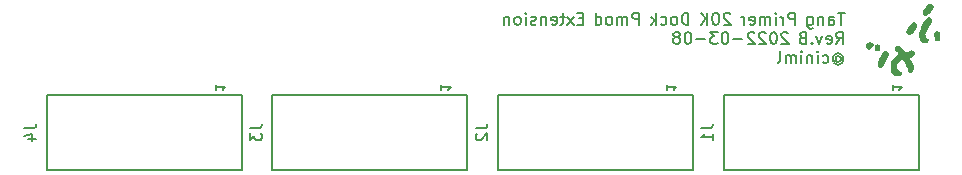
<source format=gbo>
%TF.GenerationSoftware,KiCad,Pcbnew,(7.0.0)*%
%TF.CreationDate,2023-03-12T18:56:36+09:00*%
%TF.ProjectId,TangPrimer_PmodExtender,54616e67-5072-4696-9d65-725f506d6f64,rev?*%
%TF.SameCoordinates,Original*%
%TF.FileFunction,Legend,Bot*%
%TF.FilePolarity,Positive*%
%FSLAX46Y46*%
G04 Gerber Fmt 4.6, Leading zero omitted, Abs format (unit mm)*
G04 Created by KiCad (PCBNEW (7.0.0)) date 2023-03-12 18:56:36*
%MOMM*%
%LPD*%
G01*
G04 APERTURE LIST*
%ADD10C,0.150000*%
%ADD11C,0.010000*%
G04 APERTURE END LIST*
D10*
X140638761Y-44873380D02*
X140067333Y-44873380D01*
X140353047Y-45873380D02*
X140353047Y-44873380D01*
X139305428Y-45873380D02*
X139305428Y-45349571D01*
X139305428Y-45349571D02*
X139353047Y-45254333D01*
X139353047Y-45254333D02*
X139448285Y-45206714D01*
X139448285Y-45206714D02*
X139638761Y-45206714D01*
X139638761Y-45206714D02*
X139733999Y-45254333D01*
X139305428Y-45825761D02*
X139400666Y-45873380D01*
X139400666Y-45873380D02*
X139638761Y-45873380D01*
X139638761Y-45873380D02*
X139733999Y-45825761D01*
X139733999Y-45825761D02*
X139781618Y-45730523D01*
X139781618Y-45730523D02*
X139781618Y-45635285D01*
X139781618Y-45635285D02*
X139733999Y-45540047D01*
X139733999Y-45540047D02*
X139638761Y-45492428D01*
X139638761Y-45492428D02*
X139400666Y-45492428D01*
X139400666Y-45492428D02*
X139305428Y-45444809D01*
X138829237Y-45206714D02*
X138829237Y-45873380D01*
X138829237Y-45301952D02*
X138781618Y-45254333D01*
X138781618Y-45254333D02*
X138686380Y-45206714D01*
X138686380Y-45206714D02*
X138543523Y-45206714D01*
X138543523Y-45206714D02*
X138448285Y-45254333D01*
X138448285Y-45254333D02*
X138400666Y-45349571D01*
X138400666Y-45349571D02*
X138400666Y-45873380D01*
X137495904Y-45206714D02*
X137495904Y-46016238D01*
X137495904Y-46016238D02*
X137543523Y-46111476D01*
X137543523Y-46111476D02*
X137591142Y-46159095D01*
X137591142Y-46159095D02*
X137686380Y-46206714D01*
X137686380Y-46206714D02*
X137829237Y-46206714D01*
X137829237Y-46206714D02*
X137924475Y-46159095D01*
X137495904Y-45825761D02*
X137591142Y-45873380D01*
X137591142Y-45873380D02*
X137781618Y-45873380D01*
X137781618Y-45873380D02*
X137876856Y-45825761D01*
X137876856Y-45825761D02*
X137924475Y-45778142D01*
X137924475Y-45778142D02*
X137972094Y-45682904D01*
X137972094Y-45682904D02*
X137972094Y-45397190D01*
X137972094Y-45397190D02*
X137924475Y-45301952D01*
X137924475Y-45301952D02*
X137876856Y-45254333D01*
X137876856Y-45254333D02*
X137781618Y-45206714D01*
X137781618Y-45206714D02*
X137591142Y-45206714D01*
X137591142Y-45206714D02*
X137495904Y-45254333D01*
X136419713Y-45873380D02*
X136419713Y-44873380D01*
X136419713Y-44873380D02*
X136038761Y-44873380D01*
X136038761Y-44873380D02*
X135943523Y-44921000D01*
X135943523Y-44921000D02*
X135895904Y-44968619D01*
X135895904Y-44968619D02*
X135848285Y-45063857D01*
X135848285Y-45063857D02*
X135848285Y-45206714D01*
X135848285Y-45206714D02*
X135895904Y-45301952D01*
X135895904Y-45301952D02*
X135943523Y-45349571D01*
X135943523Y-45349571D02*
X136038761Y-45397190D01*
X136038761Y-45397190D02*
X136419713Y-45397190D01*
X135419713Y-45873380D02*
X135419713Y-45206714D01*
X135419713Y-45397190D02*
X135372094Y-45301952D01*
X135372094Y-45301952D02*
X135324475Y-45254333D01*
X135324475Y-45254333D02*
X135229237Y-45206714D01*
X135229237Y-45206714D02*
X135133999Y-45206714D01*
X134800665Y-45873380D02*
X134800665Y-45206714D01*
X134800665Y-44873380D02*
X134848284Y-44921000D01*
X134848284Y-44921000D02*
X134800665Y-44968619D01*
X134800665Y-44968619D02*
X134753046Y-44921000D01*
X134753046Y-44921000D02*
X134800665Y-44873380D01*
X134800665Y-44873380D02*
X134800665Y-44968619D01*
X134324475Y-45873380D02*
X134324475Y-45206714D01*
X134324475Y-45301952D02*
X134276856Y-45254333D01*
X134276856Y-45254333D02*
X134181618Y-45206714D01*
X134181618Y-45206714D02*
X134038761Y-45206714D01*
X134038761Y-45206714D02*
X133943523Y-45254333D01*
X133943523Y-45254333D02*
X133895904Y-45349571D01*
X133895904Y-45349571D02*
X133895904Y-45873380D01*
X133895904Y-45349571D02*
X133848285Y-45254333D01*
X133848285Y-45254333D02*
X133753047Y-45206714D01*
X133753047Y-45206714D02*
X133610190Y-45206714D01*
X133610190Y-45206714D02*
X133514951Y-45254333D01*
X133514951Y-45254333D02*
X133467332Y-45349571D01*
X133467332Y-45349571D02*
X133467332Y-45873380D01*
X132610190Y-45825761D02*
X132705428Y-45873380D01*
X132705428Y-45873380D02*
X132895904Y-45873380D01*
X132895904Y-45873380D02*
X132991142Y-45825761D01*
X132991142Y-45825761D02*
X133038761Y-45730523D01*
X133038761Y-45730523D02*
X133038761Y-45349571D01*
X133038761Y-45349571D02*
X132991142Y-45254333D01*
X132991142Y-45254333D02*
X132895904Y-45206714D01*
X132895904Y-45206714D02*
X132705428Y-45206714D01*
X132705428Y-45206714D02*
X132610190Y-45254333D01*
X132610190Y-45254333D02*
X132562571Y-45349571D01*
X132562571Y-45349571D02*
X132562571Y-45444809D01*
X132562571Y-45444809D02*
X133038761Y-45540047D01*
X132133999Y-45873380D02*
X132133999Y-45206714D01*
X132133999Y-45397190D02*
X132086380Y-45301952D01*
X132086380Y-45301952D02*
X132038761Y-45254333D01*
X132038761Y-45254333D02*
X131943523Y-45206714D01*
X131943523Y-45206714D02*
X131848285Y-45206714D01*
X130962570Y-44968619D02*
X130914951Y-44921000D01*
X130914951Y-44921000D02*
X130819713Y-44873380D01*
X130819713Y-44873380D02*
X130581618Y-44873380D01*
X130581618Y-44873380D02*
X130486380Y-44921000D01*
X130486380Y-44921000D02*
X130438761Y-44968619D01*
X130438761Y-44968619D02*
X130391142Y-45063857D01*
X130391142Y-45063857D02*
X130391142Y-45159095D01*
X130391142Y-45159095D02*
X130438761Y-45301952D01*
X130438761Y-45301952D02*
X131010189Y-45873380D01*
X131010189Y-45873380D02*
X130391142Y-45873380D01*
X129772094Y-44873380D02*
X129676856Y-44873380D01*
X129676856Y-44873380D02*
X129581618Y-44921000D01*
X129581618Y-44921000D02*
X129533999Y-44968619D01*
X129533999Y-44968619D02*
X129486380Y-45063857D01*
X129486380Y-45063857D02*
X129438761Y-45254333D01*
X129438761Y-45254333D02*
X129438761Y-45492428D01*
X129438761Y-45492428D02*
X129486380Y-45682904D01*
X129486380Y-45682904D02*
X129533999Y-45778142D01*
X129533999Y-45778142D02*
X129581618Y-45825761D01*
X129581618Y-45825761D02*
X129676856Y-45873380D01*
X129676856Y-45873380D02*
X129772094Y-45873380D01*
X129772094Y-45873380D02*
X129867332Y-45825761D01*
X129867332Y-45825761D02*
X129914951Y-45778142D01*
X129914951Y-45778142D02*
X129962570Y-45682904D01*
X129962570Y-45682904D02*
X130010189Y-45492428D01*
X130010189Y-45492428D02*
X130010189Y-45254333D01*
X130010189Y-45254333D02*
X129962570Y-45063857D01*
X129962570Y-45063857D02*
X129914951Y-44968619D01*
X129914951Y-44968619D02*
X129867332Y-44921000D01*
X129867332Y-44921000D02*
X129772094Y-44873380D01*
X129010189Y-45873380D02*
X129010189Y-44873380D01*
X128438761Y-45873380D02*
X128867332Y-45301952D01*
X128438761Y-44873380D02*
X129010189Y-45444809D01*
X127410189Y-45873380D02*
X127410189Y-44873380D01*
X127410189Y-44873380D02*
X127172094Y-44873380D01*
X127172094Y-44873380D02*
X127029237Y-44921000D01*
X127029237Y-44921000D02*
X126933999Y-45016238D01*
X126933999Y-45016238D02*
X126886380Y-45111476D01*
X126886380Y-45111476D02*
X126838761Y-45301952D01*
X126838761Y-45301952D02*
X126838761Y-45444809D01*
X126838761Y-45444809D02*
X126886380Y-45635285D01*
X126886380Y-45635285D02*
X126933999Y-45730523D01*
X126933999Y-45730523D02*
X127029237Y-45825761D01*
X127029237Y-45825761D02*
X127172094Y-45873380D01*
X127172094Y-45873380D02*
X127410189Y-45873380D01*
X126267332Y-45873380D02*
X126362570Y-45825761D01*
X126362570Y-45825761D02*
X126410189Y-45778142D01*
X126410189Y-45778142D02*
X126457808Y-45682904D01*
X126457808Y-45682904D02*
X126457808Y-45397190D01*
X126457808Y-45397190D02*
X126410189Y-45301952D01*
X126410189Y-45301952D02*
X126362570Y-45254333D01*
X126362570Y-45254333D02*
X126267332Y-45206714D01*
X126267332Y-45206714D02*
X126124475Y-45206714D01*
X126124475Y-45206714D02*
X126029237Y-45254333D01*
X126029237Y-45254333D02*
X125981618Y-45301952D01*
X125981618Y-45301952D02*
X125933999Y-45397190D01*
X125933999Y-45397190D02*
X125933999Y-45682904D01*
X125933999Y-45682904D02*
X125981618Y-45778142D01*
X125981618Y-45778142D02*
X126029237Y-45825761D01*
X126029237Y-45825761D02*
X126124475Y-45873380D01*
X126124475Y-45873380D02*
X126267332Y-45873380D01*
X125076856Y-45825761D02*
X125172094Y-45873380D01*
X125172094Y-45873380D02*
X125362570Y-45873380D01*
X125362570Y-45873380D02*
X125457808Y-45825761D01*
X125457808Y-45825761D02*
X125505427Y-45778142D01*
X125505427Y-45778142D02*
X125553046Y-45682904D01*
X125553046Y-45682904D02*
X125553046Y-45397190D01*
X125553046Y-45397190D02*
X125505427Y-45301952D01*
X125505427Y-45301952D02*
X125457808Y-45254333D01*
X125457808Y-45254333D02*
X125362570Y-45206714D01*
X125362570Y-45206714D02*
X125172094Y-45206714D01*
X125172094Y-45206714D02*
X125076856Y-45254333D01*
X124648284Y-45873380D02*
X124648284Y-44873380D01*
X124553046Y-45492428D02*
X124267332Y-45873380D01*
X124267332Y-45206714D02*
X124648284Y-45587666D01*
X123238760Y-45873380D02*
X123238760Y-44873380D01*
X123238760Y-44873380D02*
X122857808Y-44873380D01*
X122857808Y-44873380D02*
X122762570Y-44921000D01*
X122762570Y-44921000D02*
X122714951Y-44968619D01*
X122714951Y-44968619D02*
X122667332Y-45063857D01*
X122667332Y-45063857D02*
X122667332Y-45206714D01*
X122667332Y-45206714D02*
X122714951Y-45301952D01*
X122714951Y-45301952D02*
X122762570Y-45349571D01*
X122762570Y-45349571D02*
X122857808Y-45397190D01*
X122857808Y-45397190D02*
X123238760Y-45397190D01*
X122238760Y-45873380D02*
X122238760Y-45206714D01*
X122238760Y-45301952D02*
X122191141Y-45254333D01*
X122191141Y-45254333D02*
X122095903Y-45206714D01*
X122095903Y-45206714D02*
X121953046Y-45206714D01*
X121953046Y-45206714D02*
X121857808Y-45254333D01*
X121857808Y-45254333D02*
X121810189Y-45349571D01*
X121810189Y-45349571D02*
X121810189Y-45873380D01*
X121810189Y-45349571D02*
X121762570Y-45254333D01*
X121762570Y-45254333D02*
X121667332Y-45206714D01*
X121667332Y-45206714D02*
X121524475Y-45206714D01*
X121524475Y-45206714D02*
X121429236Y-45254333D01*
X121429236Y-45254333D02*
X121381617Y-45349571D01*
X121381617Y-45349571D02*
X121381617Y-45873380D01*
X120762570Y-45873380D02*
X120857808Y-45825761D01*
X120857808Y-45825761D02*
X120905427Y-45778142D01*
X120905427Y-45778142D02*
X120953046Y-45682904D01*
X120953046Y-45682904D02*
X120953046Y-45397190D01*
X120953046Y-45397190D02*
X120905427Y-45301952D01*
X120905427Y-45301952D02*
X120857808Y-45254333D01*
X120857808Y-45254333D02*
X120762570Y-45206714D01*
X120762570Y-45206714D02*
X120619713Y-45206714D01*
X120619713Y-45206714D02*
X120524475Y-45254333D01*
X120524475Y-45254333D02*
X120476856Y-45301952D01*
X120476856Y-45301952D02*
X120429237Y-45397190D01*
X120429237Y-45397190D02*
X120429237Y-45682904D01*
X120429237Y-45682904D02*
X120476856Y-45778142D01*
X120476856Y-45778142D02*
X120524475Y-45825761D01*
X120524475Y-45825761D02*
X120619713Y-45873380D01*
X120619713Y-45873380D02*
X120762570Y-45873380D01*
X119572094Y-45873380D02*
X119572094Y-44873380D01*
X119572094Y-45825761D02*
X119667332Y-45873380D01*
X119667332Y-45873380D02*
X119857808Y-45873380D01*
X119857808Y-45873380D02*
X119953046Y-45825761D01*
X119953046Y-45825761D02*
X120000665Y-45778142D01*
X120000665Y-45778142D02*
X120048284Y-45682904D01*
X120048284Y-45682904D02*
X120048284Y-45397190D01*
X120048284Y-45397190D02*
X120000665Y-45301952D01*
X120000665Y-45301952D02*
X119953046Y-45254333D01*
X119953046Y-45254333D02*
X119857808Y-45206714D01*
X119857808Y-45206714D02*
X119667332Y-45206714D01*
X119667332Y-45206714D02*
X119572094Y-45254333D01*
X118495903Y-45349571D02*
X118162570Y-45349571D01*
X118019713Y-45873380D02*
X118495903Y-45873380D01*
X118495903Y-45873380D02*
X118495903Y-44873380D01*
X118495903Y-44873380D02*
X118019713Y-44873380D01*
X117686379Y-45873380D02*
X117162570Y-45206714D01*
X117686379Y-45206714D02*
X117162570Y-45873380D01*
X116924474Y-45206714D02*
X116543522Y-45206714D01*
X116781617Y-44873380D02*
X116781617Y-45730523D01*
X116781617Y-45730523D02*
X116733998Y-45825761D01*
X116733998Y-45825761D02*
X116638760Y-45873380D01*
X116638760Y-45873380D02*
X116543522Y-45873380D01*
X115829236Y-45825761D02*
X115924474Y-45873380D01*
X115924474Y-45873380D02*
X116114950Y-45873380D01*
X116114950Y-45873380D02*
X116210188Y-45825761D01*
X116210188Y-45825761D02*
X116257807Y-45730523D01*
X116257807Y-45730523D02*
X116257807Y-45349571D01*
X116257807Y-45349571D02*
X116210188Y-45254333D01*
X116210188Y-45254333D02*
X116114950Y-45206714D01*
X116114950Y-45206714D02*
X115924474Y-45206714D01*
X115924474Y-45206714D02*
X115829236Y-45254333D01*
X115829236Y-45254333D02*
X115781617Y-45349571D01*
X115781617Y-45349571D02*
X115781617Y-45444809D01*
X115781617Y-45444809D02*
X116257807Y-45540047D01*
X115353045Y-45206714D02*
X115353045Y-45873380D01*
X115353045Y-45301952D02*
X115305426Y-45254333D01*
X115305426Y-45254333D02*
X115210188Y-45206714D01*
X115210188Y-45206714D02*
X115067331Y-45206714D01*
X115067331Y-45206714D02*
X114972093Y-45254333D01*
X114972093Y-45254333D02*
X114924474Y-45349571D01*
X114924474Y-45349571D02*
X114924474Y-45873380D01*
X114495902Y-45825761D02*
X114400664Y-45873380D01*
X114400664Y-45873380D02*
X114210188Y-45873380D01*
X114210188Y-45873380D02*
X114114950Y-45825761D01*
X114114950Y-45825761D02*
X114067331Y-45730523D01*
X114067331Y-45730523D02*
X114067331Y-45682904D01*
X114067331Y-45682904D02*
X114114950Y-45587666D01*
X114114950Y-45587666D02*
X114210188Y-45540047D01*
X114210188Y-45540047D02*
X114353045Y-45540047D01*
X114353045Y-45540047D02*
X114448283Y-45492428D01*
X114448283Y-45492428D02*
X114495902Y-45397190D01*
X114495902Y-45397190D02*
X114495902Y-45349571D01*
X114495902Y-45349571D02*
X114448283Y-45254333D01*
X114448283Y-45254333D02*
X114353045Y-45206714D01*
X114353045Y-45206714D02*
X114210188Y-45206714D01*
X114210188Y-45206714D02*
X114114950Y-45254333D01*
X113638759Y-45873380D02*
X113638759Y-45206714D01*
X113638759Y-44873380D02*
X113686378Y-44921000D01*
X113686378Y-44921000D02*
X113638759Y-44968619D01*
X113638759Y-44968619D02*
X113591140Y-44921000D01*
X113591140Y-44921000D02*
X113638759Y-44873380D01*
X113638759Y-44873380D02*
X113638759Y-44968619D01*
X113019712Y-45873380D02*
X113114950Y-45825761D01*
X113114950Y-45825761D02*
X113162569Y-45778142D01*
X113162569Y-45778142D02*
X113210188Y-45682904D01*
X113210188Y-45682904D02*
X113210188Y-45397190D01*
X113210188Y-45397190D02*
X113162569Y-45301952D01*
X113162569Y-45301952D02*
X113114950Y-45254333D01*
X113114950Y-45254333D02*
X113019712Y-45206714D01*
X113019712Y-45206714D02*
X112876855Y-45206714D01*
X112876855Y-45206714D02*
X112781617Y-45254333D01*
X112781617Y-45254333D02*
X112733998Y-45301952D01*
X112733998Y-45301952D02*
X112686379Y-45397190D01*
X112686379Y-45397190D02*
X112686379Y-45682904D01*
X112686379Y-45682904D02*
X112733998Y-45778142D01*
X112733998Y-45778142D02*
X112781617Y-45825761D01*
X112781617Y-45825761D02*
X112876855Y-45873380D01*
X112876855Y-45873380D02*
X113019712Y-45873380D01*
X112257807Y-45206714D02*
X112257807Y-45873380D01*
X112257807Y-45301952D02*
X112210188Y-45254333D01*
X112210188Y-45254333D02*
X112114950Y-45206714D01*
X112114950Y-45206714D02*
X111972093Y-45206714D01*
X111972093Y-45206714D02*
X111876855Y-45254333D01*
X111876855Y-45254333D02*
X111829236Y-45349571D01*
X111829236Y-45349571D02*
X111829236Y-45873380D01*
X139924476Y-47493380D02*
X140257809Y-47017190D01*
X140495904Y-47493380D02*
X140495904Y-46493380D01*
X140495904Y-46493380D02*
X140114952Y-46493380D01*
X140114952Y-46493380D02*
X140019714Y-46541000D01*
X140019714Y-46541000D02*
X139972095Y-46588619D01*
X139972095Y-46588619D02*
X139924476Y-46683857D01*
X139924476Y-46683857D02*
X139924476Y-46826714D01*
X139924476Y-46826714D02*
X139972095Y-46921952D01*
X139972095Y-46921952D02*
X140019714Y-46969571D01*
X140019714Y-46969571D02*
X140114952Y-47017190D01*
X140114952Y-47017190D02*
X140495904Y-47017190D01*
X139114952Y-47445761D02*
X139210190Y-47493380D01*
X139210190Y-47493380D02*
X139400666Y-47493380D01*
X139400666Y-47493380D02*
X139495904Y-47445761D01*
X139495904Y-47445761D02*
X139543523Y-47350523D01*
X139543523Y-47350523D02*
X139543523Y-46969571D01*
X139543523Y-46969571D02*
X139495904Y-46874333D01*
X139495904Y-46874333D02*
X139400666Y-46826714D01*
X139400666Y-46826714D02*
X139210190Y-46826714D01*
X139210190Y-46826714D02*
X139114952Y-46874333D01*
X139114952Y-46874333D02*
X139067333Y-46969571D01*
X139067333Y-46969571D02*
X139067333Y-47064809D01*
X139067333Y-47064809D02*
X139543523Y-47160047D01*
X138733999Y-46826714D02*
X138495904Y-47493380D01*
X138495904Y-47493380D02*
X138257809Y-46826714D01*
X137876856Y-47398142D02*
X137829237Y-47445761D01*
X137829237Y-47445761D02*
X137876856Y-47493380D01*
X137876856Y-47493380D02*
X137924475Y-47445761D01*
X137924475Y-47445761D02*
X137876856Y-47398142D01*
X137876856Y-47398142D02*
X137876856Y-47493380D01*
X137067333Y-46969571D02*
X136924476Y-47017190D01*
X136924476Y-47017190D02*
X136876857Y-47064809D01*
X136876857Y-47064809D02*
X136829238Y-47160047D01*
X136829238Y-47160047D02*
X136829238Y-47302904D01*
X136829238Y-47302904D02*
X136876857Y-47398142D01*
X136876857Y-47398142D02*
X136924476Y-47445761D01*
X136924476Y-47445761D02*
X137019714Y-47493380D01*
X137019714Y-47493380D02*
X137400666Y-47493380D01*
X137400666Y-47493380D02*
X137400666Y-46493380D01*
X137400666Y-46493380D02*
X137067333Y-46493380D01*
X137067333Y-46493380D02*
X136972095Y-46541000D01*
X136972095Y-46541000D02*
X136924476Y-46588619D01*
X136924476Y-46588619D02*
X136876857Y-46683857D01*
X136876857Y-46683857D02*
X136876857Y-46779095D01*
X136876857Y-46779095D02*
X136924476Y-46874333D01*
X136924476Y-46874333D02*
X136972095Y-46921952D01*
X136972095Y-46921952D02*
X137067333Y-46969571D01*
X137067333Y-46969571D02*
X137400666Y-46969571D01*
X135848285Y-46588619D02*
X135800666Y-46541000D01*
X135800666Y-46541000D02*
X135705428Y-46493380D01*
X135705428Y-46493380D02*
X135467333Y-46493380D01*
X135467333Y-46493380D02*
X135372095Y-46541000D01*
X135372095Y-46541000D02*
X135324476Y-46588619D01*
X135324476Y-46588619D02*
X135276857Y-46683857D01*
X135276857Y-46683857D02*
X135276857Y-46779095D01*
X135276857Y-46779095D02*
X135324476Y-46921952D01*
X135324476Y-46921952D02*
X135895904Y-47493380D01*
X135895904Y-47493380D02*
X135276857Y-47493380D01*
X134657809Y-46493380D02*
X134562571Y-46493380D01*
X134562571Y-46493380D02*
X134467333Y-46541000D01*
X134467333Y-46541000D02*
X134419714Y-46588619D01*
X134419714Y-46588619D02*
X134372095Y-46683857D01*
X134372095Y-46683857D02*
X134324476Y-46874333D01*
X134324476Y-46874333D02*
X134324476Y-47112428D01*
X134324476Y-47112428D02*
X134372095Y-47302904D01*
X134372095Y-47302904D02*
X134419714Y-47398142D01*
X134419714Y-47398142D02*
X134467333Y-47445761D01*
X134467333Y-47445761D02*
X134562571Y-47493380D01*
X134562571Y-47493380D02*
X134657809Y-47493380D01*
X134657809Y-47493380D02*
X134753047Y-47445761D01*
X134753047Y-47445761D02*
X134800666Y-47398142D01*
X134800666Y-47398142D02*
X134848285Y-47302904D01*
X134848285Y-47302904D02*
X134895904Y-47112428D01*
X134895904Y-47112428D02*
X134895904Y-46874333D01*
X134895904Y-46874333D02*
X134848285Y-46683857D01*
X134848285Y-46683857D02*
X134800666Y-46588619D01*
X134800666Y-46588619D02*
X134753047Y-46541000D01*
X134753047Y-46541000D02*
X134657809Y-46493380D01*
X133943523Y-46588619D02*
X133895904Y-46541000D01*
X133895904Y-46541000D02*
X133800666Y-46493380D01*
X133800666Y-46493380D02*
X133562571Y-46493380D01*
X133562571Y-46493380D02*
X133467333Y-46541000D01*
X133467333Y-46541000D02*
X133419714Y-46588619D01*
X133419714Y-46588619D02*
X133372095Y-46683857D01*
X133372095Y-46683857D02*
X133372095Y-46779095D01*
X133372095Y-46779095D02*
X133419714Y-46921952D01*
X133419714Y-46921952D02*
X133991142Y-47493380D01*
X133991142Y-47493380D02*
X133372095Y-47493380D01*
X132991142Y-46588619D02*
X132943523Y-46541000D01*
X132943523Y-46541000D02*
X132848285Y-46493380D01*
X132848285Y-46493380D02*
X132610190Y-46493380D01*
X132610190Y-46493380D02*
X132514952Y-46541000D01*
X132514952Y-46541000D02*
X132467333Y-46588619D01*
X132467333Y-46588619D02*
X132419714Y-46683857D01*
X132419714Y-46683857D02*
X132419714Y-46779095D01*
X132419714Y-46779095D02*
X132467333Y-46921952D01*
X132467333Y-46921952D02*
X133038761Y-47493380D01*
X133038761Y-47493380D02*
X132419714Y-47493380D01*
X131991142Y-47112428D02*
X131229238Y-47112428D01*
X130562571Y-46493380D02*
X130467333Y-46493380D01*
X130467333Y-46493380D02*
X130372095Y-46541000D01*
X130372095Y-46541000D02*
X130324476Y-46588619D01*
X130324476Y-46588619D02*
X130276857Y-46683857D01*
X130276857Y-46683857D02*
X130229238Y-46874333D01*
X130229238Y-46874333D02*
X130229238Y-47112428D01*
X130229238Y-47112428D02*
X130276857Y-47302904D01*
X130276857Y-47302904D02*
X130324476Y-47398142D01*
X130324476Y-47398142D02*
X130372095Y-47445761D01*
X130372095Y-47445761D02*
X130467333Y-47493380D01*
X130467333Y-47493380D02*
X130562571Y-47493380D01*
X130562571Y-47493380D02*
X130657809Y-47445761D01*
X130657809Y-47445761D02*
X130705428Y-47398142D01*
X130705428Y-47398142D02*
X130753047Y-47302904D01*
X130753047Y-47302904D02*
X130800666Y-47112428D01*
X130800666Y-47112428D02*
X130800666Y-46874333D01*
X130800666Y-46874333D02*
X130753047Y-46683857D01*
X130753047Y-46683857D02*
X130705428Y-46588619D01*
X130705428Y-46588619D02*
X130657809Y-46541000D01*
X130657809Y-46541000D02*
X130562571Y-46493380D01*
X129895904Y-46493380D02*
X129276857Y-46493380D01*
X129276857Y-46493380D02*
X129610190Y-46874333D01*
X129610190Y-46874333D02*
X129467333Y-46874333D01*
X129467333Y-46874333D02*
X129372095Y-46921952D01*
X129372095Y-46921952D02*
X129324476Y-46969571D01*
X129324476Y-46969571D02*
X129276857Y-47064809D01*
X129276857Y-47064809D02*
X129276857Y-47302904D01*
X129276857Y-47302904D02*
X129324476Y-47398142D01*
X129324476Y-47398142D02*
X129372095Y-47445761D01*
X129372095Y-47445761D02*
X129467333Y-47493380D01*
X129467333Y-47493380D02*
X129753047Y-47493380D01*
X129753047Y-47493380D02*
X129848285Y-47445761D01*
X129848285Y-47445761D02*
X129895904Y-47398142D01*
X128848285Y-47112428D02*
X128086381Y-47112428D01*
X127419714Y-46493380D02*
X127324476Y-46493380D01*
X127324476Y-46493380D02*
X127229238Y-46541000D01*
X127229238Y-46541000D02*
X127181619Y-46588619D01*
X127181619Y-46588619D02*
X127134000Y-46683857D01*
X127134000Y-46683857D02*
X127086381Y-46874333D01*
X127086381Y-46874333D02*
X127086381Y-47112428D01*
X127086381Y-47112428D02*
X127134000Y-47302904D01*
X127134000Y-47302904D02*
X127181619Y-47398142D01*
X127181619Y-47398142D02*
X127229238Y-47445761D01*
X127229238Y-47445761D02*
X127324476Y-47493380D01*
X127324476Y-47493380D02*
X127419714Y-47493380D01*
X127419714Y-47493380D02*
X127514952Y-47445761D01*
X127514952Y-47445761D02*
X127562571Y-47398142D01*
X127562571Y-47398142D02*
X127610190Y-47302904D01*
X127610190Y-47302904D02*
X127657809Y-47112428D01*
X127657809Y-47112428D02*
X127657809Y-46874333D01*
X127657809Y-46874333D02*
X127610190Y-46683857D01*
X127610190Y-46683857D02*
X127562571Y-46588619D01*
X127562571Y-46588619D02*
X127514952Y-46541000D01*
X127514952Y-46541000D02*
X127419714Y-46493380D01*
X126514952Y-46921952D02*
X126610190Y-46874333D01*
X126610190Y-46874333D02*
X126657809Y-46826714D01*
X126657809Y-46826714D02*
X126705428Y-46731476D01*
X126705428Y-46731476D02*
X126705428Y-46683857D01*
X126705428Y-46683857D02*
X126657809Y-46588619D01*
X126657809Y-46588619D02*
X126610190Y-46541000D01*
X126610190Y-46541000D02*
X126514952Y-46493380D01*
X126514952Y-46493380D02*
X126324476Y-46493380D01*
X126324476Y-46493380D02*
X126229238Y-46541000D01*
X126229238Y-46541000D02*
X126181619Y-46588619D01*
X126181619Y-46588619D02*
X126134000Y-46683857D01*
X126134000Y-46683857D02*
X126134000Y-46731476D01*
X126134000Y-46731476D02*
X126181619Y-46826714D01*
X126181619Y-46826714D02*
X126229238Y-46874333D01*
X126229238Y-46874333D02*
X126324476Y-46921952D01*
X126324476Y-46921952D02*
X126514952Y-46921952D01*
X126514952Y-46921952D02*
X126610190Y-46969571D01*
X126610190Y-46969571D02*
X126657809Y-47017190D01*
X126657809Y-47017190D02*
X126705428Y-47112428D01*
X126705428Y-47112428D02*
X126705428Y-47302904D01*
X126705428Y-47302904D02*
X126657809Y-47398142D01*
X126657809Y-47398142D02*
X126610190Y-47445761D01*
X126610190Y-47445761D02*
X126514952Y-47493380D01*
X126514952Y-47493380D02*
X126324476Y-47493380D01*
X126324476Y-47493380D02*
X126229238Y-47445761D01*
X126229238Y-47445761D02*
X126181619Y-47398142D01*
X126181619Y-47398142D02*
X126134000Y-47302904D01*
X126134000Y-47302904D02*
X126134000Y-47112428D01*
X126134000Y-47112428D02*
X126181619Y-47017190D01*
X126181619Y-47017190D02*
X126229238Y-46969571D01*
X126229238Y-46969571D02*
X126324476Y-46921952D01*
X139876857Y-48637190D02*
X139924476Y-48589571D01*
X139924476Y-48589571D02*
X140019714Y-48541952D01*
X140019714Y-48541952D02*
X140114952Y-48541952D01*
X140114952Y-48541952D02*
X140210190Y-48589571D01*
X140210190Y-48589571D02*
X140257809Y-48637190D01*
X140257809Y-48637190D02*
X140305428Y-48732428D01*
X140305428Y-48732428D02*
X140305428Y-48827666D01*
X140305428Y-48827666D02*
X140257809Y-48922904D01*
X140257809Y-48922904D02*
X140210190Y-48970523D01*
X140210190Y-48970523D02*
X140114952Y-49018142D01*
X140114952Y-49018142D02*
X140019714Y-49018142D01*
X140019714Y-49018142D02*
X139924476Y-48970523D01*
X139924476Y-48970523D02*
X139876857Y-48922904D01*
X139876857Y-48541952D02*
X139876857Y-48922904D01*
X139876857Y-48922904D02*
X139829238Y-48970523D01*
X139829238Y-48970523D02*
X139781619Y-48970523D01*
X139781619Y-48970523D02*
X139686380Y-48922904D01*
X139686380Y-48922904D02*
X139638761Y-48827666D01*
X139638761Y-48827666D02*
X139638761Y-48589571D01*
X139638761Y-48589571D02*
X139734000Y-48446714D01*
X139734000Y-48446714D02*
X139876857Y-48351476D01*
X139876857Y-48351476D02*
X140067333Y-48303857D01*
X140067333Y-48303857D02*
X140257809Y-48351476D01*
X140257809Y-48351476D02*
X140400666Y-48446714D01*
X140400666Y-48446714D02*
X140495904Y-48589571D01*
X140495904Y-48589571D02*
X140543523Y-48780047D01*
X140543523Y-48780047D02*
X140495904Y-48970523D01*
X140495904Y-48970523D02*
X140400666Y-49113380D01*
X140400666Y-49113380D02*
X140257809Y-49208619D01*
X140257809Y-49208619D02*
X140067333Y-49256238D01*
X140067333Y-49256238D02*
X139876857Y-49208619D01*
X139876857Y-49208619D02*
X139734000Y-49113380D01*
X138781619Y-49065761D02*
X138876857Y-49113380D01*
X138876857Y-49113380D02*
X139067333Y-49113380D01*
X139067333Y-49113380D02*
X139162571Y-49065761D01*
X139162571Y-49065761D02*
X139210190Y-49018142D01*
X139210190Y-49018142D02*
X139257809Y-48922904D01*
X139257809Y-48922904D02*
X139257809Y-48637190D01*
X139257809Y-48637190D02*
X139210190Y-48541952D01*
X139210190Y-48541952D02*
X139162571Y-48494333D01*
X139162571Y-48494333D02*
X139067333Y-48446714D01*
X139067333Y-48446714D02*
X138876857Y-48446714D01*
X138876857Y-48446714D02*
X138781619Y-48494333D01*
X138353047Y-49113380D02*
X138353047Y-48446714D01*
X138353047Y-48113380D02*
X138400666Y-48161000D01*
X138400666Y-48161000D02*
X138353047Y-48208619D01*
X138353047Y-48208619D02*
X138305428Y-48161000D01*
X138305428Y-48161000D02*
X138353047Y-48113380D01*
X138353047Y-48113380D02*
X138353047Y-48208619D01*
X137876857Y-48446714D02*
X137876857Y-49113380D01*
X137876857Y-48541952D02*
X137829238Y-48494333D01*
X137829238Y-48494333D02*
X137734000Y-48446714D01*
X137734000Y-48446714D02*
X137591143Y-48446714D01*
X137591143Y-48446714D02*
X137495905Y-48494333D01*
X137495905Y-48494333D02*
X137448286Y-48589571D01*
X137448286Y-48589571D02*
X137448286Y-49113380D01*
X136972095Y-49113380D02*
X136972095Y-48446714D01*
X136972095Y-48113380D02*
X137019714Y-48161000D01*
X137019714Y-48161000D02*
X136972095Y-48208619D01*
X136972095Y-48208619D02*
X136924476Y-48161000D01*
X136924476Y-48161000D02*
X136972095Y-48113380D01*
X136972095Y-48113380D02*
X136972095Y-48208619D01*
X136495905Y-49113380D02*
X136495905Y-48446714D01*
X136495905Y-48541952D02*
X136448286Y-48494333D01*
X136448286Y-48494333D02*
X136353048Y-48446714D01*
X136353048Y-48446714D02*
X136210191Y-48446714D01*
X136210191Y-48446714D02*
X136114953Y-48494333D01*
X136114953Y-48494333D02*
X136067334Y-48589571D01*
X136067334Y-48589571D02*
X136067334Y-49113380D01*
X136067334Y-48589571D02*
X136019715Y-48494333D01*
X136019715Y-48494333D02*
X135924477Y-48446714D01*
X135924477Y-48446714D02*
X135781620Y-48446714D01*
X135781620Y-48446714D02*
X135686381Y-48494333D01*
X135686381Y-48494333D02*
X135638762Y-48589571D01*
X135638762Y-48589571D02*
X135638762Y-49113380D01*
X135019715Y-49113380D02*
X135114953Y-49065761D01*
X135114953Y-49065761D02*
X135162572Y-48970523D01*
X135162572Y-48970523D02*
X135162572Y-48113380D01*
%TO.C,J3*%
X90292380Y-54666666D02*
X91006666Y-54666666D01*
X91006666Y-54666666D02*
X91149523Y-54619047D01*
X91149523Y-54619047D02*
X91244761Y-54523809D01*
X91244761Y-54523809D02*
X91292380Y-54380952D01*
X91292380Y-54380952D02*
X91292380Y-54285714D01*
X90292380Y-55047619D02*
X90292380Y-55666666D01*
X90292380Y-55666666D02*
X90673333Y-55333333D01*
X90673333Y-55333333D02*
X90673333Y-55476190D01*
X90673333Y-55476190D02*
X90720952Y-55571428D01*
X90720952Y-55571428D02*
X90768571Y-55619047D01*
X90768571Y-55619047D02*
X90863809Y-55666666D01*
X90863809Y-55666666D02*
X91101904Y-55666666D01*
X91101904Y-55666666D02*
X91197142Y-55619047D01*
X91197142Y-55619047D02*
X91244761Y-55571428D01*
X91244761Y-55571428D02*
X91292380Y-55476190D01*
X91292380Y-55476190D02*
X91292380Y-55190476D01*
X91292380Y-55190476D02*
X91244761Y-55095238D01*
X91244761Y-55095238D02*
X91197142Y-55047619D01*
X106506095Y-50961428D02*
X106506095Y-51418571D01*
X106506095Y-51189999D02*
X107306095Y-51189999D01*
X107306095Y-51189999D02*
X107191809Y-51266190D01*
X107191809Y-51266190D02*
X107115619Y-51342380D01*
X107115619Y-51342380D02*
X107077523Y-51418571D01*
%TO.C,J4*%
X71192380Y-54666666D02*
X71906666Y-54666666D01*
X71906666Y-54666666D02*
X72049523Y-54619047D01*
X72049523Y-54619047D02*
X72144761Y-54523809D01*
X72144761Y-54523809D02*
X72192380Y-54380952D01*
X72192380Y-54380952D02*
X72192380Y-54285714D01*
X71525714Y-55571428D02*
X72192380Y-55571428D01*
X71144761Y-55333333D02*
X71859047Y-55095238D01*
X71859047Y-55095238D02*
X71859047Y-55714285D01*
X87406095Y-50961428D02*
X87406095Y-51418571D01*
X87406095Y-51189999D02*
X88206095Y-51189999D01*
X88206095Y-51189999D02*
X88091809Y-51266190D01*
X88091809Y-51266190D02*
X88015619Y-51342380D01*
X88015619Y-51342380D02*
X87977523Y-51418571D01*
%TO.C,J2*%
X109392380Y-54666666D02*
X110106666Y-54666666D01*
X110106666Y-54666666D02*
X110249523Y-54619047D01*
X110249523Y-54619047D02*
X110344761Y-54523809D01*
X110344761Y-54523809D02*
X110392380Y-54380952D01*
X110392380Y-54380952D02*
X110392380Y-54285714D01*
X109487619Y-55095238D02*
X109440000Y-55142857D01*
X109440000Y-55142857D02*
X109392380Y-55238095D01*
X109392380Y-55238095D02*
X109392380Y-55476190D01*
X109392380Y-55476190D02*
X109440000Y-55571428D01*
X109440000Y-55571428D02*
X109487619Y-55619047D01*
X109487619Y-55619047D02*
X109582857Y-55666666D01*
X109582857Y-55666666D02*
X109678095Y-55666666D01*
X109678095Y-55666666D02*
X109820952Y-55619047D01*
X109820952Y-55619047D02*
X110392380Y-55047619D01*
X110392380Y-55047619D02*
X110392380Y-55666666D01*
X125606095Y-50961428D02*
X125606095Y-51418571D01*
X125606095Y-51189999D02*
X126406095Y-51189999D01*
X126406095Y-51189999D02*
X126291809Y-51266190D01*
X126291809Y-51266190D02*
X126215619Y-51342380D01*
X126215619Y-51342380D02*
X126177523Y-51418571D01*
%TO.C,J1*%
X128492380Y-54666666D02*
X129206666Y-54666666D01*
X129206666Y-54666666D02*
X129349523Y-54619047D01*
X129349523Y-54619047D02*
X129444761Y-54523809D01*
X129444761Y-54523809D02*
X129492380Y-54380952D01*
X129492380Y-54380952D02*
X129492380Y-54285714D01*
X129492380Y-55666666D02*
X129492380Y-55095238D01*
X129492380Y-55380952D02*
X128492380Y-55380952D01*
X128492380Y-55380952D02*
X128635238Y-55285714D01*
X128635238Y-55285714D02*
X128730476Y-55190476D01*
X128730476Y-55190476D02*
X128778095Y-55095238D01*
X144706095Y-50961428D02*
X144706095Y-51418571D01*
X144706095Y-51189999D02*
X145506095Y-51189999D01*
X145506095Y-51189999D02*
X145391809Y-51266190D01*
X145391809Y-51266190D02*
X145315619Y-51342380D01*
X145315619Y-51342380D02*
X145277523Y-51418571D01*
%TO.C,LOGO1*%
G36*
X143419841Y-47538537D02*
G01*
X143497612Y-47594176D01*
X143542931Y-47637515D01*
X143576216Y-47699551D01*
X143584444Y-47787925D01*
X143575175Y-47875721D01*
X143525951Y-47982972D01*
X143465464Y-48037088D01*
X143375103Y-48057334D01*
X143328002Y-48053335D01*
X143242839Y-48012684D01*
X143192055Y-47927733D01*
X143175222Y-47797927D01*
X143175235Y-47791353D01*
X143181342Y-47701002D01*
X143204738Y-47641521D01*
X143254407Y-47589223D01*
X143293466Y-47557852D01*
X143358185Y-47526560D01*
X143419841Y-47538537D01*
G37*
D11*
X143419841Y-47538537D02*
X143497612Y-47594176D01*
X143542931Y-47637515D01*
X143576216Y-47699551D01*
X143584444Y-47787925D01*
X143575175Y-47875721D01*
X143525951Y-47982972D01*
X143465464Y-48037088D01*
X143375103Y-48057334D01*
X143328002Y-48053335D01*
X143242839Y-48012684D01*
X143192055Y-47927733D01*
X143175222Y-47797927D01*
X143175235Y-47791353D01*
X143181342Y-47701002D01*
X143204738Y-47641521D01*
X143254407Y-47589223D01*
X143293466Y-47557852D01*
X143358185Y-47526560D01*
X143419841Y-47538537D01*
G36*
X142857960Y-47390318D02*
G01*
X142949872Y-47465113D01*
X142965827Y-47482709D01*
X143006958Y-47552850D01*
X143004982Y-47623724D01*
X142957671Y-47703949D01*
X142862798Y-47802145D01*
X142812165Y-47847382D01*
X142750198Y-47892674D01*
X142699587Y-47909104D01*
X142643602Y-47904483D01*
X142570413Y-47890971D01*
X142519055Y-47882825D01*
X142500240Y-47862614D01*
X142487766Y-47795347D01*
X142483778Y-47676632D01*
X142483778Y-47474672D01*
X142608856Y-47412205D01*
X142659286Y-47389428D01*
X142765770Y-47365814D01*
X142857960Y-47390318D01*
G37*
X142857960Y-47390318D02*
X142949872Y-47465113D01*
X142965827Y-47482709D01*
X143006958Y-47552850D01*
X143004982Y-47623724D01*
X142957671Y-47703949D01*
X142862798Y-47802145D01*
X142812165Y-47847382D01*
X142750198Y-47892674D01*
X142699587Y-47909104D01*
X142643602Y-47904483D01*
X142570413Y-47890971D01*
X142519055Y-47882825D01*
X142500240Y-47862614D01*
X142487766Y-47795347D01*
X142483778Y-47676632D01*
X142483778Y-47474672D01*
X142608856Y-47412205D01*
X142659286Y-47389428D01*
X142765770Y-47365814D01*
X142857960Y-47390318D01*
G36*
X148502438Y-46410694D02*
G01*
X148577612Y-46465287D01*
X148586228Y-46472562D01*
X148623910Y-46507834D01*
X148647001Y-46544454D01*
X148659073Y-46596198D01*
X148663697Y-46676838D01*
X148664444Y-46800147D01*
X148664331Y-46840069D01*
X148661259Y-46957630D01*
X148652145Y-47036761D01*
X148634530Y-47091605D01*
X148605951Y-47136305D01*
X148570850Y-47170945D01*
X148483103Y-47209052D01*
X148389438Y-47202831D01*
X148308985Y-47151316D01*
X148282756Y-47111983D01*
X148264341Y-47052324D01*
X148252719Y-46961355D01*
X148245434Y-46826524D01*
X148235646Y-46561084D01*
X148326030Y-46476653D01*
X148381762Y-46428561D01*
X148443435Y-46398168D01*
X148502438Y-46410694D01*
G37*
X148502438Y-46410694D02*
X148577612Y-46465287D01*
X148586228Y-46472562D01*
X148623910Y-46507834D01*
X148647001Y-46544454D01*
X148659073Y-46596198D01*
X148663697Y-46676838D01*
X148664444Y-46800147D01*
X148664331Y-46840069D01*
X148661259Y-46957630D01*
X148652145Y-47036761D01*
X148634530Y-47091605D01*
X148605951Y-47136305D01*
X148570850Y-47170945D01*
X148483103Y-47209052D01*
X148389438Y-47202831D01*
X148308985Y-47151316D01*
X148282756Y-47111983D01*
X148264341Y-47052324D01*
X148252719Y-46961355D01*
X148245434Y-46826524D01*
X148235646Y-46561084D01*
X148326030Y-46476653D01*
X148381762Y-46428561D01*
X148443435Y-46398168D01*
X148502438Y-46410694D01*
G36*
X147883349Y-44122260D02*
G01*
X147952381Y-44157558D01*
X148023148Y-44215608D01*
X148077976Y-44279727D01*
X148100000Y-44333474D01*
X148084508Y-44386111D01*
X148045305Y-44450366D01*
X148004002Y-44517100D01*
X147970240Y-44602339D01*
X147958229Y-44630633D01*
X147911105Y-44702787D01*
X147839064Y-44793401D01*
X147752054Y-44889389D01*
X147716184Y-44926188D01*
X147629240Y-45010594D01*
X147565189Y-45061815D01*
X147513741Y-45087175D01*
X147464604Y-45094000D01*
X147447765Y-45093440D01*
X147355162Y-45062272D01*
X147292754Y-44983485D01*
X147260657Y-44857215D01*
X147257118Y-44822204D01*
X147257559Y-44764588D01*
X147274966Y-44715528D01*
X147316918Y-44658799D01*
X147390995Y-44578176D01*
X147399127Y-44569491D01*
X147468170Y-44488102D01*
X147517022Y-44417040D01*
X147535555Y-44370831D01*
X147552390Y-44302829D01*
X147611213Y-44222708D01*
X147696828Y-44158153D01*
X147792964Y-44120793D01*
X147883349Y-44122260D01*
G37*
X147883349Y-44122260D02*
X147952381Y-44157558D01*
X148023148Y-44215608D01*
X148077976Y-44279727D01*
X148100000Y-44333474D01*
X148084508Y-44386111D01*
X148045305Y-44450366D01*
X148004002Y-44517100D01*
X147970240Y-44602339D01*
X147958229Y-44630633D01*
X147911105Y-44702787D01*
X147839064Y-44793401D01*
X147752054Y-44889389D01*
X147716184Y-44926188D01*
X147629240Y-45010594D01*
X147565189Y-45061815D01*
X147513741Y-45087175D01*
X147464604Y-45094000D01*
X147447765Y-45093440D01*
X147355162Y-45062272D01*
X147292754Y-44983485D01*
X147260657Y-44857215D01*
X147257118Y-44822204D01*
X147257559Y-44764588D01*
X147274966Y-44715528D01*
X147316918Y-44658799D01*
X147390995Y-44578176D01*
X147399127Y-44569491D01*
X147468170Y-44488102D01*
X147517022Y-44417040D01*
X147535555Y-44370831D01*
X147552390Y-44302829D01*
X147611213Y-44222708D01*
X147696828Y-44158153D01*
X147792964Y-44120793D01*
X147883349Y-44122260D01*
G36*
X146481379Y-45687893D02*
G01*
X146536154Y-45712813D01*
X146602057Y-45759731D01*
X146652204Y-45808755D01*
X146681719Y-45869628D01*
X146688889Y-45958496D01*
X146687173Y-46007912D01*
X146672708Y-46073449D01*
X146635428Y-46136450D01*
X146565745Y-46217043D01*
X146510318Y-46283359D01*
X146446715Y-46376962D01*
X146408363Y-46455635D01*
X146403485Y-46469513D01*
X146362299Y-46549042D01*
X146313560Y-46603802D01*
X146293647Y-46614716D01*
X146210975Y-46637504D01*
X146106102Y-46646222D01*
X146085606Y-46646107D01*
X146000053Y-46639542D01*
X145945496Y-46617354D01*
X145900715Y-46571861D01*
X145881861Y-46546869D01*
X145847938Y-46480023D01*
X145856770Y-46419642D01*
X145909124Y-46344999D01*
X145911172Y-46342526D01*
X145962903Y-46260986D01*
X145995309Y-46176798D01*
X145999226Y-46164479D01*
X146036090Y-46101821D01*
X146100502Y-46019488D01*
X146182071Y-45928165D01*
X146270403Y-45838537D01*
X146355105Y-45761288D01*
X146425785Y-45707103D01*
X146472049Y-45686667D01*
X146481379Y-45687893D01*
G37*
X146481379Y-45687893D02*
X146536154Y-45712813D01*
X146602057Y-45759731D01*
X146652204Y-45808755D01*
X146681719Y-45869628D01*
X146688889Y-45958496D01*
X146687173Y-46007912D01*
X146672708Y-46073449D01*
X146635428Y-46136450D01*
X146565745Y-46217043D01*
X146510318Y-46283359D01*
X146446715Y-46376962D01*
X146408363Y-46455635D01*
X146403485Y-46469513D01*
X146362299Y-46549042D01*
X146313560Y-46603802D01*
X146293647Y-46614716D01*
X146210975Y-46637504D01*
X146106102Y-46646222D01*
X146085606Y-46646107D01*
X146000053Y-46639542D01*
X145945496Y-46617354D01*
X145900715Y-46571861D01*
X145881861Y-46546869D01*
X145847938Y-46480023D01*
X145856770Y-46419642D01*
X145909124Y-46344999D01*
X145911172Y-46342526D01*
X145962903Y-46260986D01*
X145995309Y-46176798D01*
X145999226Y-46164479D01*
X146036090Y-46101821D01*
X146100502Y-46019488D01*
X146182071Y-45928165D01*
X146270403Y-45838537D01*
X146355105Y-45761288D01*
X146425785Y-45707103D01*
X146472049Y-45686667D01*
X146481379Y-45687893D01*
G36*
X144103993Y-48103615D02*
G01*
X144192562Y-48155220D01*
X144253663Y-48209182D01*
X144283226Y-48266537D01*
X144290000Y-48351297D01*
X144277665Y-48452260D01*
X144238072Y-48540361D01*
X144237487Y-48541123D01*
X144191363Y-48616983D01*
X144153053Y-48704612D01*
X144150868Y-48710875D01*
X144116885Y-48789020D01*
X144081549Y-48845723D01*
X144076867Y-48851546D01*
X144041885Y-48913131D01*
X144009902Y-48993465D01*
X144005070Y-49007712D01*
X143971682Y-49082176D01*
X143937593Y-49129470D01*
X143906544Y-49172749D01*
X143880640Y-49243292D01*
X143853583Y-49317350D01*
X143806222Y-49396564D01*
X143749421Y-49447336D01*
X143657326Y-49468445D01*
X143573553Y-49454680D01*
X143508419Y-49404163D01*
X143467988Y-49311088D01*
X143448290Y-49169786D01*
X143444598Y-49090115D01*
X143449173Y-49009755D01*
X143469561Y-48947334D01*
X143510555Y-48880589D01*
X143530562Y-48850005D01*
X143569128Y-48778141D01*
X143584444Y-48728260D01*
X143585277Y-48720267D01*
X143608930Y-48664614D01*
X143655000Y-48598703D01*
X143664611Y-48586716D01*
X143707947Y-48515112D01*
X143725555Y-48454217D01*
X143734180Y-48423543D01*
X143775251Y-48355604D01*
X143838941Y-48274928D01*
X143912709Y-48195696D01*
X143984010Y-48132093D01*
X144040303Y-48098301D01*
X144103993Y-48103615D01*
G37*
X144103993Y-48103615D02*
X144192562Y-48155220D01*
X144253663Y-48209182D01*
X144283226Y-48266537D01*
X144290000Y-48351297D01*
X144277665Y-48452260D01*
X144238072Y-48540361D01*
X144237487Y-48541123D01*
X144191363Y-48616983D01*
X144153053Y-48704612D01*
X144150868Y-48710875D01*
X144116885Y-48789020D01*
X144081549Y-48845723D01*
X144076867Y-48851546D01*
X144041885Y-48913131D01*
X144009902Y-48993465D01*
X144005070Y-49007712D01*
X143971682Y-49082176D01*
X143937593Y-49129470D01*
X143906544Y-49172749D01*
X143880640Y-49243292D01*
X143853583Y-49317350D01*
X143806222Y-49396564D01*
X143749421Y-49447336D01*
X143657326Y-49468445D01*
X143573553Y-49454680D01*
X143508419Y-49404163D01*
X143467988Y-49311088D01*
X143448290Y-49169786D01*
X143444598Y-49090115D01*
X143449173Y-49009755D01*
X143469561Y-48947334D01*
X143510555Y-48880589D01*
X143530562Y-48850005D01*
X143569128Y-48778141D01*
X143584444Y-48728260D01*
X143585277Y-48720267D01*
X143608930Y-48664614D01*
X143655000Y-48598703D01*
X143664611Y-48586716D01*
X143707947Y-48515112D01*
X143725555Y-48454217D01*
X143734180Y-48423543D01*
X143775251Y-48355604D01*
X143838941Y-48274928D01*
X143912709Y-48195696D01*
X143984010Y-48132093D01*
X144040303Y-48098301D01*
X144103993Y-48103615D01*
G36*
X147751379Y-45264559D02*
G01*
X147806154Y-45289480D01*
X147872057Y-45336398D01*
X147922204Y-45385421D01*
X147951719Y-45446295D01*
X147958889Y-45535162D01*
X147957173Y-45584579D01*
X147942708Y-45650116D01*
X147905428Y-45713116D01*
X147835745Y-45793709D01*
X147780187Y-45860080D01*
X147716969Y-45952760D01*
X147679079Y-46030132D01*
X147674187Y-46044436D01*
X147640629Y-46118866D01*
X147606481Y-46166137D01*
X147573514Y-46215226D01*
X147548825Y-46288339D01*
X147543666Y-46308410D01*
X147508414Y-46396010D01*
X147458650Y-46483736D01*
X147421207Y-46546032D01*
X147398596Y-46622596D01*
X147401721Y-46719468D01*
X147405389Y-46747176D01*
X147426447Y-46825244D01*
X147469720Y-46896587D01*
X147546526Y-46981701D01*
X147609104Y-47050459D01*
X147657956Y-47115270D01*
X147676666Y-47155968D01*
X147676642Y-47158149D01*
X147650482Y-47234322D01*
X147586662Y-47302854D01*
X147502283Y-47345190D01*
X147452816Y-47355959D01*
X147330363Y-47357715D01*
X147220250Y-47314192D01*
X147108381Y-47220943D01*
X146985222Y-47095533D01*
X146975999Y-46765045D01*
X146973571Y-46670506D01*
X146972582Y-46556477D01*
X146976815Y-46478008D01*
X146988137Y-46422249D01*
X147008410Y-46376353D01*
X147039499Y-46327469D01*
X147085290Y-46242210D01*
X147112222Y-46110912D01*
X147122092Y-46030372D01*
X147179124Y-45921666D01*
X147181172Y-45919193D01*
X147232903Y-45837652D01*
X147265309Y-45753464D01*
X147269226Y-45741146D01*
X147306090Y-45678488D01*
X147370502Y-45596155D01*
X147452071Y-45504832D01*
X147540403Y-45415204D01*
X147625105Y-45337955D01*
X147695785Y-45283770D01*
X147742049Y-45263334D01*
X147751379Y-45264559D01*
G37*
X147751379Y-45264559D02*
X147806154Y-45289480D01*
X147872057Y-45336398D01*
X147922204Y-45385421D01*
X147951719Y-45446295D01*
X147958889Y-45535162D01*
X147957173Y-45584579D01*
X147942708Y-45650116D01*
X147905428Y-45713116D01*
X147835745Y-45793709D01*
X147780187Y-45860080D01*
X147716969Y-45952760D01*
X147679079Y-46030132D01*
X147674187Y-46044436D01*
X147640629Y-46118866D01*
X147606481Y-46166137D01*
X147573514Y-46215226D01*
X147548825Y-46288339D01*
X147543666Y-46308410D01*
X147508414Y-46396010D01*
X147458650Y-46483736D01*
X147421207Y-46546032D01*
X147398596Y-46622596D01*
X147401721Y-46719468D01*
X147405389Y-46747176D01*
X147426447Y-46825244D01*
X147469720Y-46896587D01*
X147546526Y-46981701D01*
X147609104Y-47050459D01*
X147657956Y-47115270D01*
X147676666Y-47155968D01*
X147676642Y-47158149D01*
X147650482Y-47234322D01*
X147586662Y-47302854D01*
X147502283Y-47345190D01*
X147452816Y-47355959D01*
X147330363Y-47357715D01*
X147220250Y-47314192D01*
X147108381Y-47220943D01*
X146985222Y-47095533D01*
X146975999Y-46765045D01*
X146973571Y-46670506D01*
X146972582Y-46556477D01*
X146976815Y-46478008D01*
X146988137Y-46422249D01*
X147008410Y-46376353D01*
X147039499Y-46327469D01*
X147085290Y-46242210D01*
X147112222Y-46110912D01*
X147122092Y-46030372D01*
X147179124Y-45921666D01*
X147181172Y-45919193D01*
X147232903Y-45837652D01*
X147265309Y-45753464D01*
X147269226Y-45741146D01*
X147306090Y-45678488D01*
X147370502Y-45596155D01*
X147452071Y-45504832D01*
X147540403Y-45415204D01*
X147625105Y-45337955D01*
X147695785Y-45283770D01*
X147742049Y-45263334D01*
X147751379Y-45264559D01*
G36*
X145206082Y-47646224D02*
G01*
X145257981Y-47681244D01*
X145334281Y-47745971D01*
X145424597Y-47830156D01*
X145518543Y-47923547D01*
X145605734Y-48015896D01*
X145675785Y-48096951D01*
X145718311Y-48156464D01*
X145734474Y-48176796D01*
X145802631Y-48207988D01*
X145897517Y-48210320D01*
X146004067Y-48184734D01*
X146107216Y-48132170D01*
X146139113Y-48112073D01*
X146219841Y-48072898D01*
X146282623Y-48057334D01*
X146321081Y-48065391D01*
X146394689Y-48105169D01*
X146468373Y-48165138D01*
X146525085Y-48230551D01*
X146547778Y-48286665D01*
X146547129Y-48295575D01*
X146517972Y-48362770D01*
X146455162Y-48442465D01*
X146372070Y-48521652D01*
X146282070Y-48587320D01*
X146198532Y-48626458D01*
X146162397Y-48637037D01*
X146083457Y-48667562D01*
X146056073Y-48702029D01*
X146077268Y-48751368D01*
X146144068Y-48826506D01*
X146191086Y-48880787D01*
X146248433Y-48965394D01*
X146278429Y-49035129D01*
X146306242Y-49109759D01*
X146351822Y-49173559D01*
X146361745Y-49183255D01*
X146384795Y-49218385D01*
X146398456Y-49271551D01*
X146404991Y-49355537D01*
X146406666Y-49483124D01*
X146402126Y-49621848D01*
X146382188Y-49749080D01*
X146343489Y-49832418D01*
X146282908Y-49877953D01*
X146197326Y-49891778D01*
X146142645Y-49885983D01*
X146067342Y-49844978D01*
X146016510Y-49760255D01*
X145986026Y-49626643D01*
X145974590Y-49562932D01*
X145949282Y-49474791D01*
X145921131Y-49419510D01*
X145916407Y-49413747D01*
X145877948Y-49348499D01*
X145844346Y-49266091D01*
X145839514Y-49251844D01*
X145806126Y-49177380D01*
X145772037Y-49130085D01*
X145742544Y-49090516D01*
X145716246Y-49021550D01*
X145705662Y-48989972D01*
X145661829Y-48914921D01*
X145600673Y-48841257D01*
X145536710Y-48785181D01*
X145484455Y-48762889D01*
X145459687Y-48773488D01*
X145399509Y-48816892D01*
X145317984Y-48886060D01*
X145225477Y-48972597D01*
X145010961Y-49182305D01*
X145002162Y-49388875D01*
X145000699Y-49435646D01*
X145006664Y-49572742D01*
X145032920Y-49666010D01*
X145082990Y-49723565D01*
X145160396Y-49753525D01*
X145173690Y-49756740D01*
X145256525Y-49794103D01*
X145335865Y-49852849D01*
X145395417Y-49918835D01*
X145418889Y-49977919D01*
X145418865Y-49979292D01*
X145401154Y-50034353D01*
X145360396Y-50099639D01*
X145340556Y-50123407D01*
X145306722Y-50151118D01*
X145260021Y-50166309D01*
X145185933Y-50172697D01*
X145069939Y-50174000D01*
X144837974Y-50174000D01*
X144712154Y-50045874D01*
X144586333Y-49917748D01*
X144577389Y-49436677D01*
X144568446Y-48955605D01*
X144880778Y-48639038D01*
X144945192Y-48573153D01*
X145043479Y-48470035D01*
X145122084Y-48384262D01*
X145174223Y-48323315D01*
X145193111Y-48294675D01*
X145193025Y-48293624D01*
X145171808Y-48259387D01*
X145120457Y-48199708D01*
X145049449Y-48126828D01*
X145012905Y-48090499D01*
X144925163Y-47991844D01*
X144879193Y-47913618D01*
X144871205Y-47847283D01*
X144897409Y-47784298D01*
X144930990Y-47744331D01*
X145016059Y-47683204D01*
X145112792Y-47646011D01*
X145198461Y-47643390D01*
X145206082Y-47646224D01*
G37*
X145206082Y-47646224D02*
X145257981Y-47681244D01*
X145334281Y-47745971D01*
X145424597Y-47830156D01*
X145518543Y-47923547D01*
X145605734Y-48015896D01*
X145675785Y-48096951D01*
X145718311Y-48156464D01*
X145734474Y-48176796D01*
X145802631Y-48207988D01*
X145897517Y-48210320D01*
X146004067Y-48184734D01*
X146107216Y-48132170D01*
X146139113Y-48112073D01*
X146219841Y-48072898D01*
X146282623Y-48057334D01*
X146321081Y-48065391D01*
X146394689Y-48105169D01*
X146468373Y-48165138D01*
X146525085Y-48230551D01*
X146547778Y-48286665D01*
X146547129Y-48295575D01*
X146517972Y-48362770D01*
X146455162Y-48442465D01*
X146372070Y-48521652D01*
X146282070Y-48587320D01*
X146198532Y-48626458D01*
X146162397Y-48637037D01*
X146083457Y-48667562D01*
X146056073Y-48702029D01*
X146077268Y-48751368D01*
X146144068Y-48826506D01*
X146191086Y-48880787D01*
X146248433Y-48965394D01*
X146278429Y-49035129D01*
X146306242Y-49109759D01*
X146351822Y-49173559D01*
X146361745Y-49183255D01*
X146384795Y-49218385D01*
X146398456Y-49271551D01*
X146404991Y-49355537D01*
X146406666Y-49483124D01*
X146402126Y-49621848D01*
X146382188Y-49749080D01*
X146343489Y-49832418D01*
X146282908Y-49877953D01*
X146197326Y-49891778D01*
X146142645Y-49885983D01*
X146067342Y-49844978D01*
X146016510Y-49760255D01*
X145986026Y-49626643D01*
X145974590Y-49562932D01*
X145949282Y-49474791D01*
X145921131Y-49419510D01*
X145916407Y-49413747D01*
X145877948Y-49348499D01*
X145844346Y-49266091D01*
X145839514Y-49251844D01*
X145806126Y-49177380D01*
X145772037Y-49130085D01*
X145742544Y-49090516D01*
X145716246Y-49021550D01*
X145705662Y-48989972D01*
X145661829Y-48914921D01*
X145600673Y-48841257D01*
X145536710Y-48785181D01*
X145484455Y-48762889D01*
X145459687Y-48773488D01*
X145399509Y-48816892D01*
X145317984Y-48886060D01*
X145225477Y-48972597D01*
X145010961Y-49182305D01*
X145002162Y-49388875D01*
X145000699Y-49435646D01*
X145006664Y-49572742D01*
X145032920Y-49666010D01*
X145082990Y-49723565D01*
X145160396Y-49753525D01*
X145173690Y-49756740D01*
X145256525Y-49794103D01*
X145335865Y-49852849D01*
X145395417Y-49918835D01*
X145418889Y-49977919D01*
X145418865Y-49979292D01*
X145401154Y-50034353D01*
X145360396Y-50099639D01*
X145340556Y-50123407D01*
X145306722Y-50151118D01*
X145260021Y-50166309D01*
X145185933Y-50172697D01*
X145069939Y-50174000D01*
X144837974Y-50174000D01*
X144712154Y-50045874D01*
X144586333Y-49917748D01*
X144577389Y-49436677D01*
X144568446Y-48955605D01*
X144880778Y-48639038D01*
X144945192Y-48573153D01*
X145043479Y-48470035D01*
X145122084Y-48384262D01*
X145174223Y-48323315D01*
X145193111Y-48294675D01*
X145193025Y-48293624D01*
X145171808Y-48259387D01*
X145120457Y-48199708D01*
X145049449Y-48126828D01*
X145012905Y-48090499D01*
X144925163Y-47991844D01*
X144879193Y-47913618D01*
X144871205Y-47847283D01*
X144897409Y-47784298D01*
X144930990Y-47744331D01*
X145016059Y-47683204D01*
X145112792Y-47646011D01*
X145198461Y-47643390D01*
X145206082Y-47646224D01*
D10*
%TO.C,J3*%
X92195000Y-58175000D02*
X108705000Y-58175000D01*
X108705000Y-58175000D02*
X108705000Y-51825000D01*
X92195000Y-51825000D02*
X92195000Y-58175000D01*
X108705000Y-51825000D02*
X92195000Y-51825000D01*
%TO.C,J4*%
X73095000Y-58175000D02*
X89605000Y-58175000D01*
X89605000Y-58175000D02*
X89605000Y-51825000D01*
X73095000Y-51825000D02*
X73095000Y-58175000D01*
X89605000Y-51825000D02*
X73095000Y-51825000D01*
%TO.C,J2*%
X111295000Y-58175000D02*
X127805000Y-58175000D01*
X127805000Y-58175000D02*
X127805000Y-51825000D01*
X111295000Y-51825000D02*
X111295000Y-58175000D01*
X127805000Y-51825000D02*
X111295000Y-51825000D01*
%TO.C,J1*%
X130395000Y-58175000D02*
X146905000Y-58175000D01*
X146905000Y-58175000D02*
X146905000Y-51825000D01*
X130395000Y-51825000D02*
X130395000Y-58175000D01*
X146905000Y-51825000D02*
X130395000Y-51825000D01*
%TD*%
M02*

</source>
